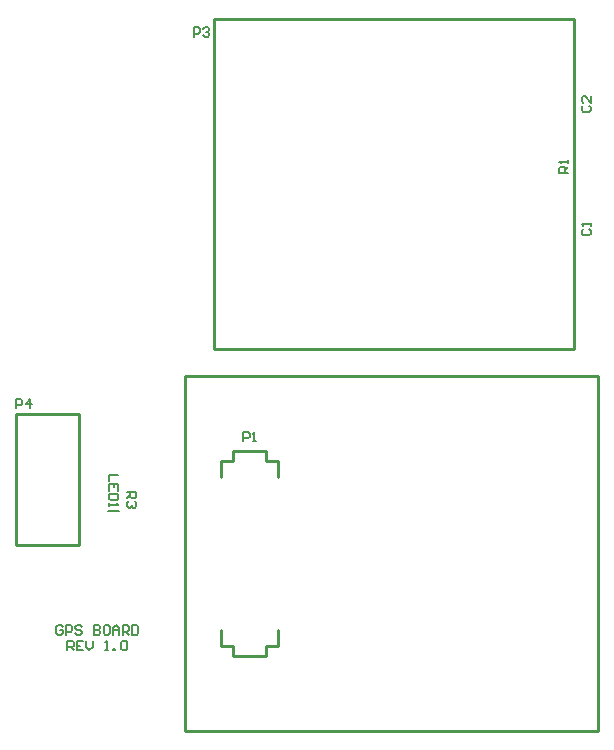
<source format=gto>
G04*
G04 #@! TF.GenerationSoftware,Altium Limited,Altium Designer,19.0.10 (269)*
G04*
G04 Layer_Color=65535*
%FSLAX25Y25*%
%MOIN*%
G70*
G01*
G75*
%ADD10C,0.00591*%
%ADD11C,0.01000*%
D10*
X-25407Y73234D02*
X-21823D01*
X-40656Y34582D02*
X-41180Y35106D01*
X-42230D01*
X-42755Y34582D01*
Y32483D01*
X-42230Y31958D01*
X-41180D01*
X-40656Y32483D01*
Y33532D01*
X-41705D01*
X-39606Y31958D02*
Y35106D01*
X-38032D01*
X-37507Y34582D01*
Y33532D01*
X-38032Y33007D01*
X-39606D01*
X-34358Y34582D02*
X-34883Y35106D01*
X-35933D01*
X-36457Y34582D01*
Y34057D01*
X-35933Y33532D01*
X-34883D01*
X-34358Y33007D01*
Y32483D01*
X-34883Y31958D01*
X-35933D01*
X-36457Y32483D01*
X-30160Y35106D02*
Y31958D01*
X-28586D01*
X-28061Y32483D01*
Y33007D01*
X-28586Y33532D01*
X-30160D01*
X-28586D01*
X-28061Y34057D01*
Y34582D01*
X-28586Y35106D01*
X-30160D01*
X-25437D02*
X-26487D01*
X-27012Y34582D01*
Y32483D01*
X-26487Y31958D01*
X-25437D01*
X-24913Y32483D01*
Y34582D01*
X-25437Y35106D01*
X-23863Y31958D02*
Y34057D01*
X-22814Y35106D01*
X-21764Y34057D01*
Y31958D01*
Y33532D01*
X-23863D01*
X-20715Y31958D02*
Y35106D01*
X-19140D01*
X-18616Y34582D01*
Y33532D01*
X-19140Y33007D01*
X-20715D01*
X-19665D02*
X-18616Y31958D01*
X-17566Y35106D02*
Y31958D01*
X-15992D01*
X-15467Y32483D01*
Y34582D01*
X-15992Y35106D01*
X-17566D01*
X-39081Y26762D02*
Y29911D01*
X-37507D01*
X-36982Y29386D01*
Y28337D01*
X-37507Y27812D01*
X-39081D01*
X-38032D02*
X-36982Y26762D01*
X-33834Y29911D02*
X-35933D01*
Y26762D01*
X-33834D01*
X-35933Y28337D02*
X-34883D01*
X-32784Y29911D02*
Y27812D01*
X-31735Y26762D01*
X-30685Y27812D01*
Y29911D01*
X-26487Y26762D02*
X-25437D01*
X-25962D01*
Y29911D01*
X-26487Y29386D01*
X-23863Y26762D02*
Y27287D01*
X-23338D01*
Y26762D01*
X-23863D01*
X-21239Y29386D02*
X-20715Y29911D01*
X-19665D01*
X-19140Y29386D01*
Y27287D01*
X-19665Y26762D01*
X-20715D01*
X-21239Y27287D01*
Y29386D01*
X-19247Y79544D02*
X-16098D01*
Y77969D01*
X-16623Y77445D01*
X-17673D01*
X-18197Y77969D01*
Y79544D01*
Y78494D02*
X-19247Y77445D01*
X-16623Y76395D02*
X-16098Y75870D01*
Y74821D01*
X-16623Y74296D01*
X-17148D01*
X-17673Y74821D01*
Y75345D01*
Y74821D01*
X-18197Y74296D01*
X-18722D01*
X-19247Y74821D01*
Y75870D01*
X-18722Y76395D01*
X-22088Y85244D02*
X-25237D01*
Y83145D01*
X-22088Y79997D02*
Y82095D01*
X-25237D01*
Y79997D01*
X-23662Y82095D02*
Y81046D01*
X-22088Y78947D02*
X-25237D01*
Y77373D01*
X-24712Y76848D01*
X-22613D01*
X-22088Y77373D01*
Y78947D01*
X-25237Y75798D02*
Y74749D01*
Y75274D01*
X-22088D01*
X-22613Y75798D01*
X2953Y231299D02*
Y234448D01*
X4527D01*
X5052Y233923D01*
Y232874D01*
X4527Y232349D01*
X2953D01*
X6101Y233923D02*
X6626Y234448D01*
X7676D01*
X8200Y233923D01*
Y233398D01*
X7676Y232874D01*
X7151D01*
X7676D01*
X8200Y232349D01*
Y231824D01*
X7676Y231299D01*
X6626D01*
X6101Y231824D01*
X-56181Y107407D02*
Y110555D01*
X-54607D01*
X-54082Y110030D01*
Y108981D01*
X-54607Y108456D01*
X-56181D01*
X-51458Y107407D02*
Y110555D01*
X-53032Y108981D01*
X-50933D01*
X127914Y185894D02*
X124765D01*
Y187469D01*
X125290Y187993D01*
X126339D01*
X126864Y187469D01*
Y185894D01*
Y186944D02*
X127914Y187993D01*
Y189043D02*
Y190093D01*
Y189568D01*
X124765D01*
X125290Y189043D01*
X132809Y208300D02*
X132284Y207775D01*
Y206726D01*
X132809Y206201D01*
X134908D01*
X135433Y206726D01*
Y207775D01*
X134908Y208300D01*
X135433Y211448D02*
Y209349D01*
X133334Y211448D01*
X132809D01*
X132284Y210924D01*
Y209874D01*
X132809Y209349D01*
Y167158D02*
X132284Y166633D01*
Y165584D01*
X132809Y165059D01*
X134908D01*
X135433Y165584D01*
Y166633D01*
X134908Y167158D01*
X135433Y168208D02*
Y169257D01*
Y168732D01*
X132284D01*
X132809Y168208D01*
X19575Y96375D02*
Y99523D01*
X21149D01*
X21674Y98999D01*
Y97949D01*
X21149Y97424D01*
X19575D01*
X22723Y96375D02*
X23773D01*
X23248D01*
Y99523D01*
X22723Y98999D01*
D11*
X9653Y127244D02*
Y237244D01*
Y127244D02*
X129654D01*
Y237244D01*
X9653D02*
X129654D01*
X-56181Y90551D02*
Y105629D01*
X-35315D01*
X-56181Y62029D02*
X-35315D01*
Y105629D01*
X-56181Y62029D02*
Y94488D01*
X16142Y93307D02*
X27165D01*
Y89764D02*
X31102D01*
X16142D02*
Y93307D01*
X12205Y89764D02*
X16142D01*
X27165D02*
Y93307D01*
X16142Y24803D02*
Y28346D01*
X27165D02*
X31102D01*
X27165Y24803D02*
Y28346D01*
X12205D02*
X16142D01*
Y24803D02*
X27165D01*
X12205Y84646D02*
Y89764D01*
X31102Y84646D02*
Y89764D01*
X12205Y28346D02*
Y33465D01*
X31102Y28346D02*
Y33465D01*
X0Y0D02*
X137795D01*
Y118110D01*
X0D02*
X137795D01*
X0Y0D02*
Y118110D01*
M02*

</source>
